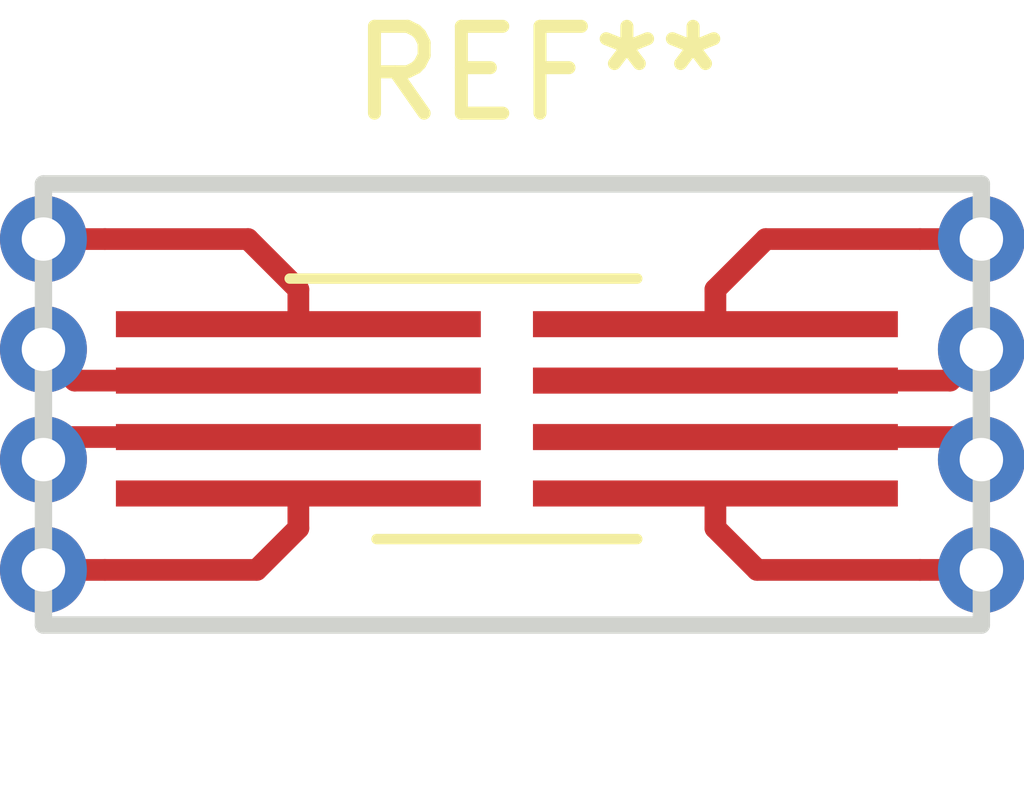
<source format=kicad_pcb>
(kicad_pcb (version 20170920) (host pcbnew "(2017-09-25 revision 6e440ff)-master")

  (general
    (thickness 1.6)
    (drawings 4)
    (tracks 32)
    (zones 0)
    (modules 1)
    (nets 1)
  )

  (page A4)
  (layers
    (0 F.Cu signal)
    (31 B.Cu signal)
    (32 B.Adhes user)
    (33 F.Adhes user)
    (34 B.Paste user)
    (35 F.Paste user)
    (36 B.SilkS user)
    (37 F.SilkS user)
    (38 B.Mask user)
    (39 F.Mask user)
    (40 Dwgs.User user)
    (41 Cmts.User user)
    (42 Eco1.User user)
    (43 Eco2.User user)
    (44 Edge.Cuts user)
    (45 Margin user)
    (46 B.CrtYd user)
    (47 F.CrtYd user)
    (48 B.Fab user)
    (49 F.Fab user)
  )

  (setup
    (last_trace_width 0.25)
    (trace_clearance 0.2)
    (zone_clearance 0.508)
    (zone_45_only no)
    (trace_min 0.2)
    (segment_width 0.2)
    (edge_width 0.15)
    (via_size 0.8)
    (via_drill 0.4)
    (via_min_size 0.4)
    (via_min_drill 0.3)
    (user_via 1 0.5)
    (uvia_size 0.3)
    (uvia_drill 0.1)
    (uvias_allowed no)
    (uvia_min_size 0.2)
    (uvia_min_drill 0.1)
    (pcb_text_width 0.3)
    (pcb_text_size 1.5 1.5)
    (mod_edge_width 0.15)
    (mod_text_size 1 1)
    (mod_text_width 0.15)
    (pad_size 1.524 1.524)
    (pad_drill 0.762)
    (pad_to_mask_clearance 0.2)
    (aux_axis_origin 0 0)
    (visible_elements FFFFFF7F)
    (pcbplotparams
      (layerselection 0x010f0_ffffffff)
      (usegerberextensions false)
      (usegerberattributes true)
      (usegerberadvancedattributes true)
      (creategerberjobfile true)
      (excludeedgelayer true)
      (linewidth 0.100000)
      (plotframeref false)
      (viasonmask true)
      (mode 1)
      (useauxorigin false)
      (hpglpennumber 1)
      (hpglpenspeed 20)
      (hpglpendiameter 15)
      (psnegative false)
      (psa4output false)
      (plotreference true)
      (plotvalue true)
      (plotinvisibletext false)
      (padsonsilk false)
      (subtractmaskfromsilk false)
      (outputformat 1)
      (mirror false)
      (drillshape 0)
      (scaleselection 1)
      (outputdirectory ""))
  )

  (net 0 "")

  (net_class Default "This is the default net class."
    (clearance 0.2)
    (trace_width 0.25)
    (via_dia 0.8)
    (via_drill 0.4)
    (uvia_dia 0.3)
    (uvia_drill 0.1)
  )

  (module KiCad/Housings_SSOP.pretty:SSOP-8_2.95x2.8mm_Pitch0.65mm (layer F.Cu) (tedit 5A1A037E) (tstamp 5A2CB6B2)
    (at 148.844 86.41)
    (descr "SSOP-8 2.9 x2.8mm Pitch 0.65mm")
    (tags "SSOP-8 2.95x2.8mm Pitch 0.65mm")
    (attr smd)
    (fp_text reference REF** (at 0.381 -3.86) (layer F.SilkS)
      (effects (font (size 1 1) (thickness 0.15)))
    )
    (fp_text value SSOP8 (at 0 3.76) (layer F.Fab)
      (effects (font (size 1 1) (thickness 0.15)))
    )
    (fp_line (start 1.475 -1.4) (end 1.475 1.4) (layer F.Fab) (width 0.1))
    (fp_line (start 1.475 1.4) (end -1.475 1.4) (layer F.Fab) (width 0.1))
    (fp_line (start -1.475 1.4) (end -1.475 -0.7) (layer F.Fab) (width 0.1))
    (fp_line (start -0.475 -1.4) (end 1.475 -1.4) (layer F.Fab) (width 0.1))
    (fp_line (start -0.475 -1.4) (end -1.475 -0.7) (layer F.Fab) (width 0.1))
    (fp_line (start 1.5 -1.5) (end -2.5 -1.5) (layer F.SilkS) (width 0.12))
    (fp_line (start 1.5 1.5) (end -1.5 1.5) (layer F.SilkS) (width 0.12))
    (fp_line (start 2.75 -1.65) (end 2.75 1.65) (layer F.CrtYd) (width 0.05))
    (fp_line (start 2.75 1.65) (end -2.75 1.65) (layer F.CrtYd) (width 0.05))
    (fp_line (start -2.75 1.65) (end -2.75 -1.65) (layer F.CrtYd) (width 0.05))
    (fp_line (start -2.75 -1.65) (end 2.75 -1.65) (layer F.CrtYd) (width 0.05))
    (pad 8 smd rect (at 2.4 -0.975 270) (size 0.3 4.2) (layers F.Cu F.Paste F.Mask))
    (pad 7 smd rect (at 2.4 -0.325 270) (size 0.3 4.2) (layers F.Cu F.Paste F.Mask))
    (pad 6 smd rect (at 2.4 0.325 270) (size 0.3 4.2) (layers F.Cu F.Paste F.Mask))
    (pad 5 smd rect (at 2.4 0.975 270) (size 0.3 4.2) (layers F.Cu F.Paste F.Mask))
    (pad 4 smd rect (at -2.4 0.975 270) (size 0.3 4.2) (layers F.Cu F.Paste F.Mask))
    (pad 3 smd rect (at -2.4 0.325 270) (size 0.3 4.2) (layers F.Cu F.Paste F.Mask))
    (pad 2 smd rect (at -2.4 -0.325 270) (size 0.3 4.2) (layers F.Cu F.Paste F.Mask))
    (pad 1 smd rect (at -2.4 -0.975 270) (size 0.3 4.2) (layers F.Cu F.Paste F.Mask))
  )

  (gr_line (start 143.51 88.9) (end 143.51 83.82) (layer Edge.Cuts) (width 0.2))
  (gr_line (start 154.305 88.9) (end 143.51 88.9) (layer Edge.Cuts) (width 0.2))
  (gr_line (start 154.305 83.82) (end 154.305 88.9) (layer Edge.Cuts) (width 0.2))
  (gr_line (start 143.51 83.82) (end 154.305 83.82) (layer Edge.Cuts) (width 0.2))

  (segment (start 146.444 85.435) (end 146.444 85.035) (width 0.25) (layer F.Cu) (net 0))
  (segment (start 144.217106 84.455) (end 143.51 84.455) (width 0.25) (layer F.Cu) (net 0))
  (segment (start 146.444 85.035) (end 145.864 84.455) (width 0.25) (layer F.Cu) (net 0))
  (segment (start 145.864 84.455) (end 144.217106 84.455) (width 0.25) (layer F.Cu) (net 0))
  (segment (start 146.444 87.385) (end 146.444 87.785) (width 0.25) (layer F.Cu) (net 0))
  (segment (start 146.444 87.785) (end 145.964 88.265) (width 0.25) (layer F.Cu) (net 0))
  (segment (start 145.964 88.265) (end 144.217106 88.265) (width 0.25) (layer F.Cu) (net 0))
  (segment (start 144.217106 88.265) (end 143.51 88.265) (width 0.25) (layer F.Cu) (net 0))
  (segment (start 146.444 86.735) (end 143.77 86.735) (width 0.25) (layer F.Cu) (net 0))
  (segment (start 143.77 86.735) (end 143.51 86.995) (width 0.25) (layer F.Cu) (net 0))
  (segment (start 146.444 86.085) (end 143.87 86.085) (width 0.25) (layer F.Cu) (net 0))
  (segment (start 143.87 86.085) (end 143.51 85.725) (width 0.25) (layer F.Cu) (net 0))
  (segment (start 151.244 85.435) (end 151.244 85.035) (width 0.25) (layer F.Cu) (net 0))
  (segment (start 151.244 85.035) (end 151.824 84.455) (width 0.25) (layer F.Cu) (net 0))
  (segment (start 151.824 84.455) (end 153.597894 84.455) (width 0.25) (layer F.Cu) (net 0))
  (segment (start 153.597894 84.455) (end 154.305 84.455) (width 0.25) (layer F.Cu) (net 0))
  (segment (start 151.244 87.385) (end 151.244 87.785) (width 0.25) (layer F.Cu) (net 0))
  (segment (start 151.244 87.785) (end 151.724 88.265) (width 0.25) (layer F.Cu) (net 0))
  (segment (start 151.724 88.265) (end 153.597894 88.265) (width 0.25) (layer F.Cu) (net 0))
  (segment (start 153.597894 88.265) (end 154.305 88.265) (width 0.25) (layer F.Cu) (net 0))
  (segment (start 151.244 86.735) (end 154.045 86.735) (width 0.25) (layer F.Cu) (net 0))
  (segment (start 154.045 86.735) (end 154.305 86.995) (width 0.25) (layer F.Cu) (net 0))
  (segment (start 151.244 86.085) (end 153.945 86.085) (width 0.25) (layer F.Cu) (net 0))
  (segment (start 153.945 86.085) (end 154.305 85.725) (width 0.25) (layer F.Cu) (net 0))
  (via (at 143.51 84.455) (size 1) (drill 0.5) (layers F.Cu B.Cu) (net 0))
  (via (at 143.51 88.265) (size 1) (drill 0.5) (layers F.Cu B.Cu) (net 0))
  (via (at 143.51 86.995) (size 1) (drill 0.5) (layers F.Cu B.Cu) (net 0))
  (via (at 143.51 85.725) (size 1) (drill 0.5) (layers F.Cu B.Cu) (net 0))
  (via (at 154.305 84.455) (size 1) (drill 0.5) (layers F.Cu B.Cu) (net 0))
  (via (at 154.305 88.265) (size 1) (drill 0.5) (layers F.Cu B.Cu) (net 0))
  (via (at 154.305 86.995) (size 1) (drill 0.5) (layers F.Cu B.Cu) (net 0))
  (via (at 154.305 85.725) (size 1) (drill 0.5) (layers F.Cu B.Cu) (net 0))

)

</source>
